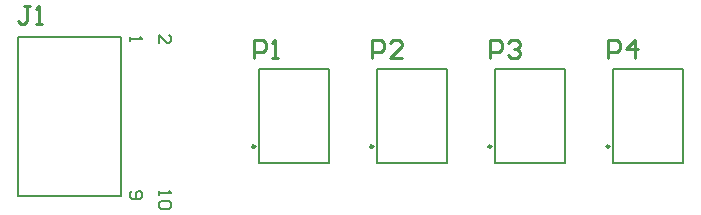
<source format=gbr>
G04*
G04 #@! TF.GenerationSoftware,Altium Limited,Altium Designer,22.4.2 (48)*
G04*
G04 Layer_Color=65535*
%FSLAX44Y44*%
%MOMM*%
G71*
G04*
G04 #@! TF.SameCoordinates,B20A0790-DF17-45FB-B65C-B6E2A976101D*
G04*
G04*
G04 #@! TF.FilePolarity,Positive*
G04*
G01*
G75*
%ADD10C,0.2500*%
%ADD11C,0.2000*%
%ADD12C,0.2540*%
%ADD13C,0.1524*%
D10*
X117250Y57100D02*
G03*
X117250Y57100I-1250J0D01*
G01*
X217250D02*
G03*
X217250Y57100I-1250J0D01*
G01*
X417250D02*
G03*
X417250Y57100I-1250J0D01*
G01*
X317250D02*
G03*
X317250Y57100I-1250J0D01*
G01*
D11*
X-83500Y15000D02*
X3500D01*
Y150000D01*
X-83500D02*
X3500D01*
X-83500Y15000D02*
Y150000D01*
X120250Y122300D02*
X179750D01*
Y42700D02*
Y122300D01*
X120250Y42700D02*
X179750D01*
X120250D02*
Y122300D01*
X220250D02*
X279750D01*
Y42700D02*
Y122300D01*
X220250Y42700D02*
X279750D01*
X220250D02*
Y122300D01*
X420250D02*
X479750D01*
Y42700D02*
Y122300D01*
X420250Y42700D02*
X479750D01*
X420250D02*
Y122300D01*
X320250D02*
X379750D01*
Y42700D02*
Y122300D01*
X320250Y42700D02*
X379750D01*
X320250D02*
Y122300D01*
D12*
X-73149Y175927D02*
X-78228D01*
X-75689D01*
Y163231D01*
X-78228Y160692D01*
X-80767D01*
X-83306Y163231D01*
X-68071Y160692D02*
X-62993D01*
X-65532D01*
Y175927D01*
X-68071Y173388D01*
X116084Y132244D02*
Y147479D01*
X123701D01*
X126241Y144940D01*
Y139861D01*
X123701Y137322D01*
X116084D01*
X131319Y132244D02*
X136397D01*
X133858D01*
Y147479D01*
X131319Y144940D01*
X216160Y132244D02*
Y147479D01*
X223778D01*
X226317Y144940D01*
Y139861D01*
X223778Y137322D01*
X216160D01*
X241552Y132244D02*
X231395D01*
X241552Y142401D01*
Y144940D01*
X239013Y147479D01*
X233934D01*
X231395Y144940D01*
X416058Y132244D02*
Y147479D01*
X423675D01*
X426215Y144940D01*
Y139861D01*
X423675Y137322D01*
X416058D01*
X438911Y132244D02*
Y147479D01*
X431293Y139861D01*
X441450D01*
X315982Y132244D02*
Y147479D01*
X323600D01*
X326139Y144940D01*
Y139861D01*
X323600Y137322D01*
X315982D01*
X331217Y144940D02*
X333756Y147479D01*
X338835D01*
X341374Y144940D01*
Y142401D01*
X338835Y139861D01*
X336295D01*
X338835D01*
X341374Y137322D01*
Y134783D01*
X338835Y132244D01*
X333756D01*
X331217Y134783D01*
D13*
X12693Y19400D02*
X11000Y17707D01*
Y14322D01*
X12693Y12629D01*
X19464D01*
X21157Y14322D01*
Y17707D01*
X19464Y19400D01*
X17771D01*
X16078Y17707D01*
Y12629D01*
X36000Y19400D02*
Y16014D01*
Y17707D01*
X46157D01*
X44464Y19400D01*
Y10936D02*
X46157Y9243D01*
Y5858D01*
X44464Y4165D01*
X37693D01*
X36000Y5858D01*
Y9243D01*
X37693Y10936D01*
X44464D01*
X36000Y144829D02*
Y151600D01*
X42771Y144829D01*
X44464D01*
X46157Y146522D01*
Y149907D01*
X44464Y151600D01*
X11000Y149600D02*
Y146214D01*
Y147907D01*
X21157D01*
X19464Y149600D01*
M02*

</source>
